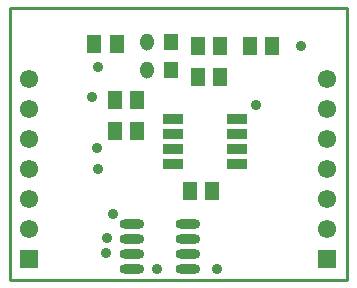
<source format=gts>
G04*
G04 #@! TF.GenerationSoftware,Altium Limited,Altium Designer,20.2.5 (213)*
G04*
G04 Layer_Color=8388736*
%FSLAX42Y42*%
%MOMM*%
G71*
G04*
G04 #@! TF.SameCoordinates,5B17B380-CB23-49DD-974E-BA9C208B7A42*
G04*
G04*
G04 #@! TF.FilePolarity,Negative*
G04*
G01*
G75*
%ADD12C,0.25*%
%ADD21O,2.10X0.80*%
%ADD22R,1.22X1.60*%
%ADD23R,1.73X0.85*%
%ADD24R,1.20X1.47*%
%ADD25O,1.20X1.47*%
%ADD26C,1.55*%
%ADD27R,1.55X1.55*%
%ADD28C,0.91*%
D12*
X2540Y3061D02*
X5397D01*
Y5359D01*
X2540D02*
X5397D01*
X2540Y3061D02*
Y5359D01*
D21*
X3575Y3531D02*
D03*
Y3404D02*
D03*
Y3277D02*
D03*
Y3150D02*
D03*
X4045Y3531D02*
D03*
Y3404D02*
D03*
Y3277D02*
D03*
Y3150D02*
D03*
D22*
X3442Y5055D02*
D03*
X3251D02*
D03*
X4762Y5042D02*
D03*
X4572D02*
D03*
X3619Y4318D02*
D03*
X3429D02*
D03*
X3619Y4582D02*
D03*
X3429D02*
D03*
X4128Y4775D02*
D03*
X4318D02*
D03*
X4128Y5042D02*
D03*
X4318D02*
D03*
X4254Y3810D02*
D03*
X4064D02*
D03*
D23*
X3920Y4042D02*
D03*
Y4169D02*
D03*
Y4296D02*
D03*
Y4423D02*
D03*
X4462D02*
D03*
Y4296D02*
D03*
Y4169D02*
D03*
Y4042D02*
D03*
D24*
X3899Y4839D02*
D03*
Y5069D02*
D03*
D25*
X3696Y4839D02*
D03*
Y5069D02*
D03*
D26*
X5220Y4762D02*
D03*
Y4508D02*
D03*
Y4001D02*
D03*
Y4254D02*
D03*
Y3492D02*
D03*
Y3747D02*
D03*
X2705D02*
D03*
Y3492D02*
D03*
Y4254D02*
D03*
Y4001D02*
D03*
Y4508D02*
D03*
Y4762D02*
D03*
D27*
X5220Y3238D02*
D03*
X2705D02*
D03*
D28*
X3785Y3150D02*
D03*
X3289Y4864D02*
D03*
X3277Y4178D02*
D03*
X5004Y5042D02*
D03*
X3353Y3289D02*
D03*
X3365Y3416D02*
D03*
X4293Y3150D02*
D03*
X4621Y4542D02*
D03*
X3416Y3619D02*
D03*
X3289Y4001D02*
D03*
X3238Y4610D02*
D03*
M02*

</source>
